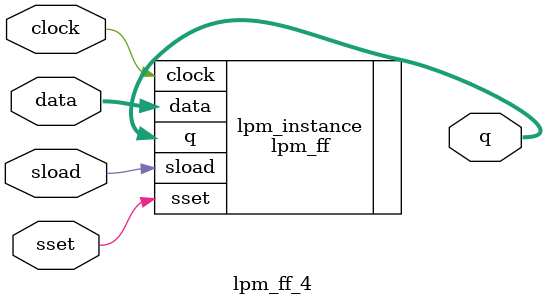
<source format=v>



module lpm_ff_4(clock,sset,sload,data,q);
input clock;
input sset;
input sload;
input [15:0] data;
output [15:0] q;

lpm_ff	lpm_instance(.clock(clock),.sset(sset),.sload(sload),.data(data),.q(q));
	defparam	lpm_instance.LPM_AVALUE = 0;
	defparam	lpm_instance.LPM_FFTYPE = "DFF";
	defparam	lpm_instance.LPM_SVALUE = 1;
	defparam	lpm_instance.LPM_WIDTH = 16;

endmodule

</source>
